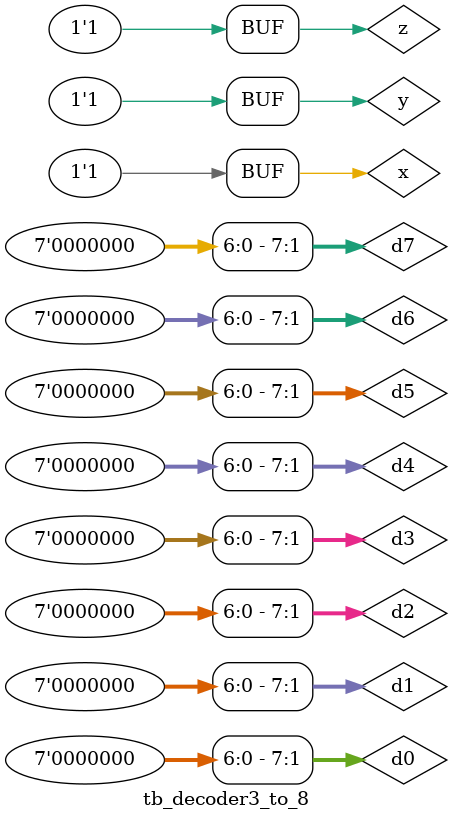
<source format=v>
module decoder3_to_8(d0,d1,d2,d3,d4,d5,d6,d7,x,y,z);
    input x,y,z;
    output d0,d1,d2,d3,d4,d5,d6,d7;
    
    wire xn,yn,zn;
  
    and and1(d0,xn,yn,zn),(d1,xn,yn,z),(d2,xn,y,zn),(d3,xn,y,z),(d4,x,yn,zn),                  (d5,x,yn,z),(d6,x,y,zn),(d7,x,y,z);
    not not1(xn,x),(yn,y),(zn,z);
  
endmodule

module tb_decoder3_to_8;
  
  reg x,y,z;
  wire [7:0] d0,d1,d2,d3,d4,d5,d6,d7;

    
  decoder3_to_8 decoder(d0,d1,d2,d3,d4,d5,d6,d7,x,y,z);

    
    initial begin
            x = 0;y = 0;z = 0;
        #10;x = 0;y = 0;z = 1;
        #10;x = 0;y = 1;z = 0;
        #10;x = 0;y = 1;z = 1;
        #10;x = 1;y = 0;z = 0;
        #10;x = 1;y = 0;z = 1;
        #10;x = 1;y = 1;z = 0;
        #10;x = 1;y = 1;z = 1;
    end 
  initial
        
    $monitor($time,"\t, x=%b, b=%b, z=%b,",x,y,z);
endmodule
</source>
